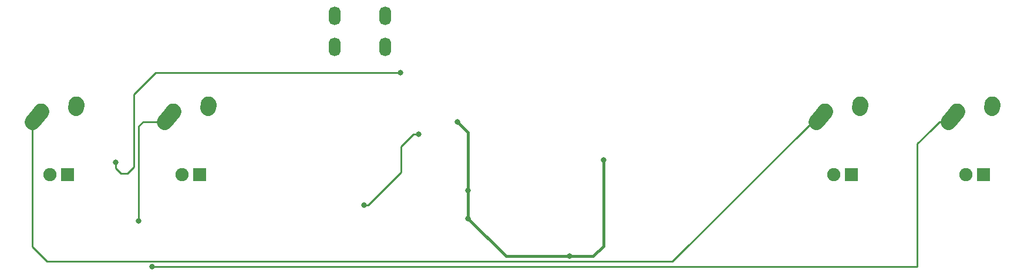
<source format=gbr>
G04 #@! TF.GenerationSoftware,KiCad,Pcbnew,(5.1.4)-1*
G04 #@! TF.CreationDate,2022-10-30T21:37:08+01:00*
G04 #@! TF.ProjectId,quaver-keypadrev1,71756176-6572-42d6-9b65-797061647265,rev?*
G04 #@! TF.SameCoordinates,Original*
G04 #@! TF.FileFunction,Copper,L1,Top*
G04 #@! TF.FilePolarity,Positive*
%FSLAX46Y46*%
G04 Gerber Fmt 4.6, Leading zero omitted, Abs format (unit mm)*
G04 Created by KiCad (PCBNEW (5.1.4)-1) date 2022-10-30 21:37:08*
%MOMM*%
%LPD*%
G04 APERTURE LIST*
%ADD10C,2.250000*%
%ADD11C,2.250000*%
%ADD12C,1.905000*%
%ADD13R,1.905000X1.905000*%
%ADD14O,1.700000X2.700000*%
%ADD15C,0.800000*%
%ADD16C,0.381000*%
%ADD17C,0.254000*%
G04 APERTURE END LIST*
D10*
X245725000Y-99985000D03*
D11*
X245705000Y-100275000D02*
X245745000Y-99695000D01*
D10*
X245745000Y-99695000D03*
X240050001Y-101505000D03*
D11*
X239395000Y-102235000D02*
X240705002Y-100775000D01*
D10*
X240705000Y-100775000D03*
D12*
X241935000Y-109855000D03*
D13*
X244475000Y-109855000D03*
D14*
X169997000Y-91440000D03*
X177297000Y-91440000D03*
X177297000Y-86940000D03*
X169997000Y-86940000D03*
D10*
X264775000Y-99985000D03*
D11*
X264755000Y-100275000D02*
X264795000Y-99695000D01*
D10*
X264795000Y-99695000D03*
X259100001Y-101505000D03*
D11*
X258445000Y-102235000D02*
X259755002Y-100775000D01*
D10*
X259755000Y-100775000D03*
D12*
X260985000Y-109855000D03*
D13*
X263525000Y-109855000D03*
D10*
X151745000Y-99985000D03*
D11*
X151725000Y-100275000D02*
X151765000Y-99695000D01*
D10*
X151765000Y-99695000D03*
X146070001Y-101505000D03*
D11*
X145415000Y-102235000D02*
X146725002Y-100775000D01*
D10*
X146725000Y-100775000D03*
D12*
X147955000Y-109855000D03*
D13*
X150495000Y-109855000D03*
D10*
X132695000Y-99985000D03*
D11*
X132675000Y-100275000D02*
X132715000Y-99695000D01*
D10*
X132715000Y-99695000D03*
X127020001Y-101505000D03*
D11*
X126365000Y-102235000D02*
X127675002Y-100775000D01*
D10*
X127675000Y-100775000D03*
D12*
X128905000Y-109855000D03*
D13*
X131445000Y-109855000D03*
D15*
X208741250Y-107776250D03*
X203835000Y-121666000D03*
X203835000Y-121666000D03*
X203835000Y-121666000D03*
X189230000Y-116205000D03*
X187706000Y-102235000D03*
X189230000Y-112141000D03*
X179451000Y-95123000D03*
X138430000Y-108077000D03*
X143637000Y-123190000D03*
X141732000Y-116586000D03*
X174244000Y-114300000D03*
X182118000Y-104013000D03*
D16*
X208741250Y-107776250D02*
X208741250Y-120188750D01*
X208741250Y-120188750D02*
X207264000Y-121666000D01*
X207264000Y-121666000D02*
X203835000Y-121666000D01*
X203835000Y-121666000D02*
X194691000Y-121666000D01*
X194691000Y-121666000D02*
X189230000Y-116205000D01*
X189230000Y-103886000D02*
X189230000Y-103759000D01*
X189230000Y-103759000D02*
X187706000Y-102235000D01*
X189230000Y-112141000D02*
X189230000Y-103886000D01*
X189230000Y-116205000D02*
X189230000Y-112141000D01*
D17*
X179451000Y-95123000D02*
X178885315Y-95123000D01*
X178885315Y-95123000D02*
X144145000Y-95123000D01*
X141004999Y-98263001D02*
X141004999Y-108804001D01*
X144145000Y-95123000D02*
X141004999Y-98263001D01*
X141004999Y-108804001D02*
X140081000Y-109728000D01*
X140081000Y-109728000D02*
X139192000Y-109728000D01*
X139192000Y-109728000D02*
X138430000Y-108966000D01*
X138430000Y-108966000D02*
X138430000Y-108077000D01*
X238886038Y-102235000D02*
X218693038Y-122428000D01*
X239395000Y-102235000D02*
X238886038Y-102235000D01*
X218693038Y-122428000D02*
X128524000Y-122428000D01*
X126365000Y-120269000D02*
X126365000Y-102235000D01*
X128524000Y-122428000D02*
X126365000Y-120269000D01*
X258445000Y-102235000D02*
X257175000Y-102235000D01*
X257175000Y-102235000D02*
X255972999Y-103437001D01*
X255972999Y-103437001D02*
X254000000Y-105410000D01*
X254000000Y-105410000D02*
X254000000Y-123190000D01*
X254000000Y-123190000D02*
X143637000Y-123190000D01*
X142367000Y-102235000D02*
X145415000Y-102235000D01*
X141732000Y-102870000D02*
X142367000Y-102235000D01*
X141732000Y-116586000D02*
X141732000Y-102870000D01*
X174809685Y-114300000D02*
X179578000Y-109531685D01*
X174244000Y-114300000D02*
X174809685Y-114300000D01*
X179578000Y-109531685D02*
X179578000Y-105791000D01*
X179578000Y-105791000D02*
X181356000Y-104013000D01*
X181356000Y-104013000D02*
X182118000Y-104013000D01*
M02*

</source>
